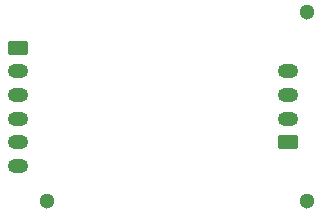
<source format=gbr>
%TF.GenerationSoftware,KiCad,Pcbnew,8.0.1*%
%TF.CreationDate,2024-04-17T01:28:12-04:00*%
%TF.ProjectId,ads1115_board,61647331-3131-4355-9f62-6f6172642e6b,rev?*%
%TF.SameCoordinates,Original*%
%TF.FileFunction,Soldermask,Bot*%
%TF.FilePolarity,Negative*%
%FSLAX46Y46*%
G04 Gerber Fmt 4.6, Leading zero omitted, Abs format (unit mm)*
G04 Created by KiCad (PCBNEW 8.0.1) date 2024-04-17 01:28:12*
%MOMM*%
%LPD*%
G01*
G04 APERTURE LIST*
G04 Aperture macros list*
%AMRoundRect*
0 Rectangle with rounded corners*
0 $1 Rounding radius*
0 $2 $3 $4 $5 $6 $7 $8 $9 X,Y pos of 4 corners*
0 Add a 4 corners polygon primitive as box body*
4,1,4,$2,$3,$4,$5,$6,$7,$8,$9,$2,$3,0*
0 Add four circle primitives for the rounded corners*
1,1,$1+$1,$2,$3*
1,1,$1+$1,$4,$5*
1,1,$1+$1,$6,$7*
1,1,$1+$1,$8,$9*
0 Add four rect primitives between the rounded corners*
20,1,$1+$1,$2,$3,$4,$5,0*
20,1,$1+$1,$4,$5,$6,$7,0*
20,1,$1+$1,$6,$7,$8,$9,0*
20,1,$1+$1,$8,$9,$2,$3,0*%
G04 Aperture macros list end*
%ADD10C,1.300000*%
%ADD11RoundRect,0.250000X0.625000X-0.350000X0.625000X0.350000X-0.625000X0.350000X-0.625000X-0.350000X0*%
%ADD12O,1.750000X1.200000*%
%ADD13RoundRect,0.250000X-0.625000X0.350000X-0.625000X-0.350000X0.625000X-0.350000X0.625000X0.350000X0*%
G04 APERTURE END LIST*
D10*
%TO.C,H3*%
X158000000Y-108000000D03*
%TD*%
%TO.C,H2*%
X158000000Y-92000000D03*
%TD*%
%TO.C,H1*%
X136000000Y-108000000D03*
%TD*%
D11*
%TO.C,J1*%
X156450000Y-103000000D03*
D12*
X156450000Y-101000000D03*
X156450000Y-99000000D03*
X156450000Y-97000000D03*
%TD*%
D13*
%TO.C,J2*%
X133550000Y-95000000D03*
D12*
X133550000Y-97000000D03*
X133550000Y-99000000D03*
X133550000Y-101000000D03*
X133550000Y-103000000D03*
X133550000Y-105000000D03*
%TD*%
M02*

</source>
